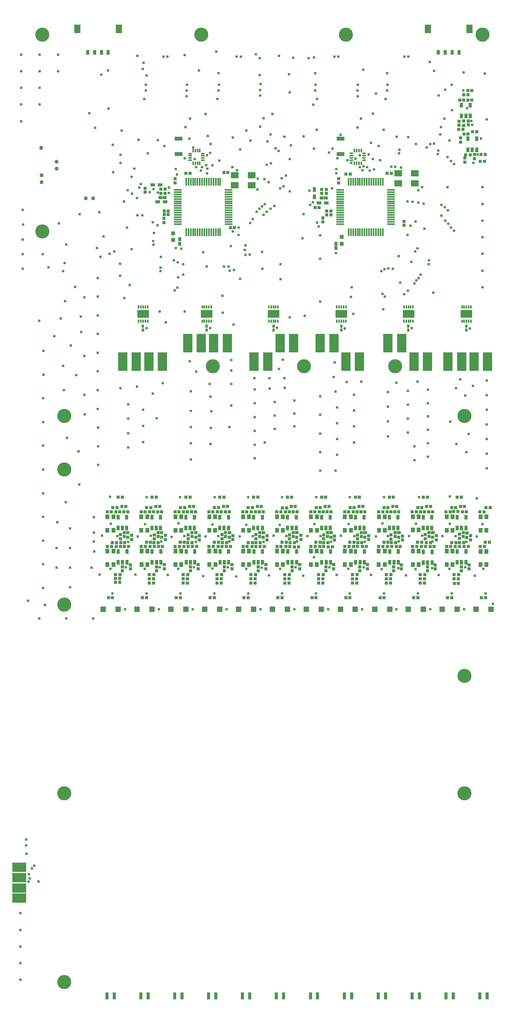
<source format=gbs>
G04 Layer_Color=8150272*
%FSLAX25Y25*%
%MOIN*%
G70*
G01*
G75*
%ADD81R,0.02841X0.02998*%
%ADD85R,0.03353X0.04337*%
%ADD86R,0.06699X0.05321*%
%ADD88R,0.01581X0.02959*%
%ADD89R,0.10164X0.06502*%
%ADD90O,0.06896X0.01581*%
%ADD91O,0.01581X0.06896*%
%ADD92O,0.01384X0.03550*%
%ADD93O,0.03550X0.01384*%
%ADD94R,0.03156X0.04337*%
%ADD95R,0.07093X0.03550*%
%ADD96R,0.04731X0.04731*%
%ADD97R,0.02565X0.02565*%
%ADD98R,0.03156X0.03353*%
%ADD99R,0.03353X0.03156*%
%ADD100R,0.02565X0.02565*%
%ADD101R,0.02600X0.02600*%
%ADD102R,0.02841X0.02841*%
%ADD103R,0.08274X0.16148*%
%ADD104R,0.03156X0.04140*%
%ADD105R,0.04140X0.03156*%
%ADD106R,0.03550X0.03550*%
%ADD108R,0.02998X0.02841*%
%ADD109R,0.02447X0.02605*%
%ADD110R,0.02920X0.03077*%
%ADD120R,0.02762X0.06306*%
%ADD121C,0.12200*%
%ADD122C,0.02400*%
%ADD123C,0.03400*%
%ADD124R,0.12200X0.08274*%
%ADD125R,0.02600X0.02600*%
%ADD126R,0.03077X0.02920*%
%ADD127R,0.05321X0.07487*%
%ADD128R,0.02800X0.04400*%
D81*
X232300Y780732D02*
D03*
Y777268D02*
D03*
X216100Y806932D02*
D03*
Y803468D02*
D03*
X242200Y811568D02*
D03*
Y815032D02*
D03*
X229835Y806071D02*
D03*
Y802606D02*
D03*
X383795Y811603D02*
D03*
Y815067D02*
D03*
X373053Y805901D02*
D03*
Y802437D02*
D03*
X370275Y781295D02*
D03*
Y777831D02*
D03*
X440600Y778164D02*
D03*
Y774700D02*
D03*
X489451Y850360D02*
D03*
Y846896D02*
D03*
X501375Y836042D02*
D03*
Y832578D02*
D03*
X496025Y865142D02*
D03*
Y861678D02*
D03*
X490250Y479132D02*
D03*
Y475668D02*
D03*
X460885Y479132D02*
D03*
Y475668D02*
D03*
X462075Y508892D02*
D03*
Y505428D02*
D03*
X431520Y479132D02*
D03*
Y475668D02*
D03*
X432725Y508942D02*
D03*
Y505478D02*
D03*
X402155Y479132D02*
D03*
Y475668D02*
D03*
X403425Y508942D02*
D03*
Y505478D02*
D03*
X372790Y479132D02*
D03*
Y475668D02*
D03*
X373975Y508942D02*
D03*
Y505478D02*
D03*
X343425Y479132D02*
D03*
Y475668D02*
D03*
X344475Y508942D02*
D03*
Y505478D02*
D03*
X314060Y479132D02*
D03*
Y475668D02*
D03*
X315425Y508942D02*
D03*
Y505478D02*
D03*
X284695Y479132D02*
D03*
Y475668D02*
D03*
X285825Y508942D02*
D03*
Y505478D02*
D03*
X255330Y479132D02*
D03*
Y475668D02*
D03*
X256790Y508932D02*
D03*
Y505468D02*
D03*
X225965Y479132D02*
D03*
Y475668D02*
D03*
X227420Y508932D02*
D03*
Y505468D02*
D03*
X196600Y479132D02*
D03*
Y475668D02*
D03*
X198050Y508932D02*
D03*
Y505468D02*
D03*
X491750Y508932D02*
D03*
Y505468D02*
D03*
D85*
X477418Y510984D02*
D03*
Y522402D02*
D03*
X482536D02*
D03*
Y510984D02*
D03*
X183515D02*
D03*
Y522402D02*
D03*
X188633D02*
D03*
Y510984D02*
D03*
X183610Y481260D02*
D03*
Y492677D02*
D03*
X188729D02*
D03*
Y481260D02*
D03*
X212905Y510984D02*
D03*
Y522402D02*
D03*
X218023D02*
D03*
Y510984D02*
D03*
X213074Y481263D02*
D03*
Y492680D02*
D03*
X218193D02*
D03*
Y481263D02*
D03*
X242296Y510984D02*
D03*
Y522402D02*
D03*
X247414D02*
D03*
Y510984D02*
D03*
X242491Y481250D02*
D03*
Y492667D02*
D03*
X247609D02*
D03*
Y481250D02*
D03*
X271686Y510984D02*
D03*
Y522402D02*
D03*
X276804D02*
D03*
Y510984D02*
D03*
X271884Y481257D02*
D03*
Y492674D02*
D03*
X277003D02*
D03*
Y481257D02*
D03*
X301076Y510984D02*
D03*
Y522402D02*
D03*
X306194D02*
D03*
Y510984D02*
D03*
X301076Y481252D02*
D03*
Y492669D02*
D03*
X306194D02*
D03*
Y481252D02*
D03*
X330467Y510984D02*
D03*
Y522402D02*
D03*
X335585D02*
D03*
Y510984D02*
D03*
X330395Y481253D02*
D03*
Y492670D02*
D03*
X335513D02*
D03*
Y481253D02*
D03*
X359857Y510984D02*
D03*
Y522402D02*
D03*
X364975D02*
D03*
Y510984D02*
D03*
X359804Y481257D02*
D03*
Y492674D02*
D03*
X364922D02*
D03*
Y481257D02*
D03*
X389247Y510984D02*
D03*
Y522402D02*
D03*
X394365D02*
D03*
Y510984D02*
D03*
X389214Y481257D02*
D03*
Y492674D02*
D03*
X394332D02*
D03*
Y481257D02*
D03*
X418637Y510984D02*
D03*
Y522402D02*
D03*
X423756D02*
D03*
Y510984D02*
D03*
X418604Y481261D02*
D03*
Y492678D02*
D03*
X423722D02*
D03*
Y481261D02*
D03*
X448028Y511084D02*
D03*
Y522502D02*
D03*
X453146D02*
D03*
Y511084D02*
D03*
X448036Y481250D02*
D03*
Y492667D02*
D03*
X453154D02*
D03*
Y481250D02*
D03*
X477418Y481269D02*
D03*
Y492687D02*
D03*
X482536D02*
D03*
Y481269D02*
D03*
X506727Y510984D02*
D03*
Y522402D02*
D03*
X511845D02*
D03*
Y510984D02*
D03*
X506727Y481069D02*
D03*
Y492487D02*
D03*
X511845D02*
D03*
Y481069D02*
D03*
D86*
X449858Y819691D02*
D03*
X435291D02*
D03*
Y811029D02*
D03*
X449858D02*
D03*
X308483Y818131D02*
D03*
X293917D02*
D03*
Y809469D02*
D03*
X308483D02*
D03*
D88*
X210509Y704092D02*
D03*
X212478D02*
D03*
X214446D02*
D03*
X216415D02*
D03*
X218384D02*
D03*
Y691888D02*
D03*
X216415D02*
D03*
X214446D02*
D03*
X212478D02*
D03*
X210509D02*
D03*
X265624Y704092D02*
D03*
X267593D02*
D03*
X269561D02*
D03*
X271530D02*
D03*
X273498D02*
D03*
Y691888D02*
D03*
X271530D02*
D03*
X269561D02*
D03*
X267593D02*
D03*
X265624D02*
D03*
X323374Y704092D02*
D03*
X325343D02*
D03*
X327311D02*
D03*
X329280D02*
D03*
X331248D02*
D03*
Y691888D02*
D03*
X329280D02*
D03*
X327311D02*
D03*
X325343D02*
D03*
X323374D02*
D03*
X382139Y704092D02*
D03*
X384108D02*
D03*
X386076D02*
D03*
X388045D02*
D03*
X390013D02*
D03*
Y691888D02*
D03*
X388045D02*
D03*
X386076D02*
D03*
X384108D02*
D03*
X382139D02*
D03*
X440359Y704092D02*
D03*
X442327D02*
D03*
X444296D02*
D03*
X446264D02*
D03*
X448233D02*
D03*
Y691888D02*
D03*
X446264D02*
D03*
X444296D02*
D03*
X442327D02*
D03*
X440359D02*
D03*
X490624Y704092D02*
D03*
X492593D02*
D03*
X494561D02*
D03*
X496530D02*
D03*
X498498D02*
D03*
Y691888D02*
D03*
X496530D02*
D03*
X494561D02*
D03*
X492593D02*
D03*
X490624D02*
D03*
D89*
X214446Y697990D02*
D03*
X269561D02*
D03*
X327311D02*
D03*
X386076D02*
D03*
X444296D02*
D03*
X494561D02*
D03*
D90*
X385251Y775936D02*
D03*
Y777905D02*
D03*
Y779873D02*
D03*
Y781842D02*
D03*
Y783810D02*
D03*
Y785779D02*
D03*
Y787747D02*
D03*
Y789716D02*
D03*
Y791684D02*
D03*
Y793653D02*
D03*
Y795621D02*
D03*
Y797590D02*
D03*
Y799558D02*
D03*
Y801527D02*
D03*
Y803495D02*
D03*
Y805464D02*
D03*
X429149D02*
D03*
Y803495D02*
D03*
Y801527D02*
D03*
Y799558D02*
D03*
Y797590D02*
D03*
Y795621D02*
D03*
Y793653D02*
D03*
Y791684D02*
D03*
Y789716D02*
D03*
Y787747D02*
D03*
Y785779D02*
D03*
Y783810D02*
D03*
Y781842D02*
D03*
Y779873D02*
D03*
Y777905D02*
D03*
Y775936D02*
D03*
X244551D02*
D03*
Y777905D02*
D03*
Y779873D02*
D03*
Y781842D02*
D03*
Y783810D02*
D03*
Y785779D02*
D03*
Y787747D02*
D03*
Y789716D02*
D03*
Y791684D02*
D03*
Y793653D02*
D03*
Y795621D02*
D03*
Y797590D02*
D03*
Y799558D02*
D03*
Y801527D02*
D03*
Y803495D02*
D03*
Y805464D02*
D03*
X288449D02*
D03*
Y803495D02*
D03*
Y801527D02*
D03*
Y799558D02*
D03*
Y797590D02*
D03*
Y795621D02*
D03*
Y793653D02*
D03*
Y791684D02*
D03*
Y789716D02*
D03*
Y787747D02*
D03*
Y785779D02*
D03*
Y783810D02*
D03*
Y781842D02*
D03*
Y779873D02*
D03*
Y777905D02*
D03*
Y775936D02*
D03*
D91*
X392436Y812649D02*
D03*
X394405D02*
D03*
X396373D02*
D03*
X398342D02*
D03*
X400310D02*
D03*
X402279D02*
D03*
X404247D02*
D03*
X406216D02*
D03*
X408184D02*
D03*
X410153D02*
D03*
X412121D02*
D03*
X414090D02*
D03*
X416058D02*
D03*
X418027D02*
D03*
X419995D02*
D03*
X421964D02*
D03*
Y768751D02*
D03*
X419995D02*
D03*
X418027D02*
D03*
X416058D02*
D03*
X414090D02*
D03*
X412121D02*
D03*
X410153D02*
D03*
X408184D02*
D03*
X406216D02*
D03*
X404247D02*
D03*
X402279D02*
D03*
X400310D02*
D03*
X398342D02*
D03*
X396373D02*
D03*
X394405D02*
D03*
X392436D02*
D03*
X251736Y812649D02*
D03*
X253705D02*
D03*
X255673D02*
D03*
X257642D02*
D03*
X259610D02*
D03*
X261579D02*
D03*
X263547D02*
D03*
X265516D02*
D03*
X267484D02*
D03*
X269453D02*
D03*
X271421D02*
D03*
X273390D02*
D03*
X275358D02*
D03*
X277327D02*
D03*
X279295D02*
D03*
X281264D02*
D03*
Y768751D02*
D03*
X279295D02*
D03*
X277327D02*
D03*
X275358D02*
D03*
X273390D02*
D03*
X271421D02*
D03*
X269453D02*
D03*
X267484D02*
D03*
X265516D02*
D03*
X263547D02*
D03*
X261579D02*
D03*
X259610D02*
D03*
X257642D02*
D03*
X255673D02*
D03*
X253705D02*
D03*
X251736D02*
D03*
D92*
X403373Y839582D02*
D03*
X401404D02*
D03*
X399436D02*
D03*
X397467D02*
D03*
Y828558D02*
D03*
X399436D02*
D03*
X401404D02*
D03*
X403373D02*
D03*
X263598Y839542D02*
D03*
X261629D02*
D03*
X259661D02*
D03*
X257692D02*
D03*
Y828518D02*
D03*
X259661D02*
D03*
X261629D02*
D03*
X263598D02*
D03*
D93*
X394908Y837023D02*
D03*
Y835054D02*
D03*
Y833086D02*
D03*
Y831117D02*
D03*
X405932D02*
D03*
Y833086D02*
D03*
Y835054D02*
D03*
Y837023D02*
D03*
X255133Y836983D02*
D03*
Y835014D02*
D03*
Y833046D02*
D03*
Y831077D02*
D03*
X266157D02*
D03*
Y833046D02*
D03*
Y835014D02*
D03*
Y836983D02*
D03*
D94*
X192693Y522313D02*
D03*
X200173D02*
D03*
X192693Y512864D02*
D03*
X196433D02*
D03*
X200173D02*
D03*
X192849Y492603D02*
D03*
X200329D02*
D03*
X192849Y483154D02*
D03*
X196589D02*
D03*
X200329D02*
D03*
X222073Y522313D02*
D03*
X229554D02*
D03*
X222073Y512864D02*
D03*
X225814D02*
D03*
X229554D02*
D03*
X222244Y492606D02*
D03*
X229725D02*
D03*
X222244Y483157D02*
D03*
X225985D02*
D03*
X229725D02*
D03*
X251454Y522313D02*
D03*
X258934D02*
D03*
X251454Y512864D02*
D03*
X255194D02*
D03*
X258934D02*
D03*
X251640Y492593D02*
D03*
X259120D02*
D03*
X251640Y483144D02*
D03*
X255380D02*
D03*
X259120D02*
D03*
X280835Y522313D02*
D03*
X288315D02*
D03*
X280835Y512864D02*
D03*
X284575D02*
D03*
X288315D02*
D03*
X281035Y492600D02*
D03*
X288515D02*
D03*
X281035Y483151D02*
D03*
X284775D02*
D03*
X288515D02*
D03*
X310216Y522313D02*
D03*
X317696D02*
D03*
X310216Y512864D02*
D03*
X313956D02*
D03*
X317696D02*
D03*
X310431Y492595D02*
D03*
X317911D02*
D03*
X310431Y483146D02*
D03*
X314171D02*
D03*
X317911D02*
D03*
X339596Y522313D02*
D03*
X347077D02*
D03*
X339596Y512864D02*
D03*
X343337D02*
D03*
X347077D02*
D03*
X339826Y492596D02*
D03*
X347306D02*
D03*
X339826Y483147D02*
D03*
X343566D02*
D03*
X347306D02*
D03*
X368977Y522313D02*
D03*
X376457D02*
D03*
X368977Y512864D02*
D03*
X372717D02*
D03*
X376457D02*
D03*
X369221Y492600D02*
D03*
X376701D02*
D03*
X369221Y483151D02*
D03*
X372961D02*
D03*
X376701D02*
D03*
X398358Y522313D02*
D03*
X405838D02*
D03*
X398358Y512864D02*
D03*
X402098D02*
D03*
X405838D02*
D03*
X398617Y492600D02*
D03*
X406097D02*
D03*
X398617Y483151D02*
D03*
X402357D02*
D03*
X406097D02*
D03*
X427739Y522313D02*
D03*
X435219D02*
D03*
X427739Y512864D02*
D03*
X431479D02*
D03*
X435219D02*
D03*
X428012Y492604D02*
D03*
X435492D02*
D03*
X428012Y483155D02*
D03*
X431752D02*
D03*
X435492D02*
D03*
X457119Y522313D02*
D03*
X464600D02*
D03*
X457119Y512864D02*
D03*
X460859D02*
D03*
X464600D02*
D03*
X457207Y492317D02*
D03*
X464687D02*
D03*
X457207Y482868D02*
D03*
X460947D02*
D03*
X464687D02*
D03*
X486510Y522313D02*
D03*
X493990D02*
D03*
X486510Y512864D02*
D03*
X490250D02*
D03*
X493990D02*
D03*
X486500Y492599D02*
D03*
X493980D02*
D03*
X486500Y483150D02*
D03*
X490240D02*
D03*
X493980D02*
D03*
X490235Y878884D02*
D03*
X497715D02*
D03*
X490235Y869436D02*
D03*
X493975D02*
D03*
X497715D02*
D03*
X495839Y849722D02*
D03*
X503319D02*
D03*
X495839Y840273D02*
D03*
X499579D02*
D03*
X503319D02*
D03*
D95*
X385501Y849888D02*
D03*
Y836502D02*
D03*
X245115Y849796D02*
D03*
Y836410D02*
D03*
D96*
X192666Y442418D02*
D03*
X179674D02*
D03*
X222040D02*
D03*
X209048D02*
D03*
X251414D02*
D03*
X238422D02*
D03*
X280788D02*
D03*
X267796D02*
D03*
X310162D02*
D03*
X297170D02*
D03*
X339537D02*
D03*
X326544D02*
D03*
X368911D02*
D03*
X355919D02*
D03*
X398285D02*
D03*
X385293D02*
D03*
X427959D02*
D03*
X414967D02*
D03*
X457091D02*
D03*
X444099D02*
D03*
X486473D02*
D03*
X473481D02*
D03*
X515782D02*
D03*
X502790D02*
D03*
D97*
X184398Y452515D02*
D03*
X187941D02*
D03*
X213772D02*
D03*
X217316D02*
D03*
X243146D02*
D03*
X246690D02*
D03*
X272521D02*
D03*
X276064D02*
D03*
X301895D02*
D03*
X305438D02*
D03*
X331269D02*
D03*
X334812D02*
D03*
X360643D02*
D03*
X364187D02*
D03*
X390017D02*
D03*
X393561D02*
D03*
X419691D02*
D03*
X423235D02*
D03*
X448823D02*
D03*
X452367D02*
D03*
X478205D02*
D03*
X481749D02*
D03*
X507514D02*
D03*
X511058D02*
D03*
X236207Y784005D02*
D03*
X232663D02*
D03*
X236267Y787255D02*
D03*
X232723D02*
D03*
X377009Y783869D02*
D03*
X373465D02*
D03*
X377068Y787255D02*
D03*
X373524D02*
D03*
X190428Y469250D02*
D03*
X193972D02*
D03*
X219778Y468750D02*
D03*
X223322D02*
D03*
X249128D02*
D03*
X252672D02*
D03*
X278478D02*
D03*
X282022D02*
D03*
X307828D02*
D03*
X311372D02*
D03*
X337178D02*
D03*
X340722D02*
D03*
X366528D02*
D03*
X370072D02*
D03*
X395878D02*
D03*
X399422D02*
D03*
X425228D02*
D03*
X428772D02*
D03*
X454578D02*
D03*
X458122D02*
D03*
X483928D02*
D03*
X487472D02*
D03*
X487953Y857810D02*
D03*
X491497D02*
D03*
X193972Y465800D02*
D03*
X190428D02*
D03*
X223327Y465260D02*
D03*
X219783D02*
D03*
X252682D02*
D03*
X249138D02*
D03*
X282037D02*
D03*
X278493D02*
D03*
X311392D02*
D03*
X307848D02*
D03*
X340747D02*
D03*
X337203D02*
D03*
X370102D02*
D03*
X366558D02*
D03*
X399457D02*
D03*
X395913D02*
D03*
X428812D02*
D03*
X425268D02*
D03*
X458167D02*
D03*
X454623D02*
D03*
X487522Y464800D02*
D03*
X483978D02*
D03*
X510147Y830160D02*
D03*
X506603D02*
D03*
X186853Y526769D02*
D03*
X183310D02*
D03*
X186971Y496769D02*
D03*
X183427D02*
D03*
X216202Y526769D02*
D03*
X212659D02*
D03*
X216358Y496769D02*
D03*
X212814D02*
D03*
X245551Y526769D02*
D03*
X242007D02*
D03*
X245745Y496769D02*
D03*
X242201D02*
D03*
X274899Y526769D02*
D03*
X271356D02*
D03*
X275132Y496769D02*
D03*
X271588D02*
D03*
X304248Y526769D02*
D03*
X300705D02*
D03*
X304519Y496769D02*
D03*
X300975D02*
D03*
X333698Y526776D02*
D03*
X330154D02*
D03*
X333905Y496769D02*
D03*
X330362D02*
D03*
X363218Y526776D02*
D03*
X359674D02*
D03*
X363292Y496769D02*
D03*
X359749D02*
D03*
X392515Y526714D02*
D03*
X388971D02*
D03*
X392679Y496769D02*
D03*
X389136D02*
D03*
X422007Y526787D02*
D03*
X418463D02*
D03*
X422066Y496769D02*
D03*
X418523D02*
D03*
X450991Y526769D02*
D03*
X447448D02*
D03*
X451453Y496769D02*
D03*
X447910D02*
D03*
X480372Y526950D02*
D03*
X476828D02*
D03*
X480840Y496769D02*
D03*
X477297D02*
D03*
X509651Y526788D02*
D03*
X506108D02*
D03*
X510116Y496788D02*
D03*
X506573D02*
D03*
X201278Y526869D02*
D03*
X197734D02*
D03*
X201823Y496772D02*
D03*
X198280D02*
D03*
X230601Y526869D02*
D03*
X227058D02*
D03*
X231249Y496888D02*
D03*
X227706D02*
D03*
X259925Y526869D02*
D03*
X256381D02*
D03*
X260698Y496806D02*
D03*
X257154D02*
D03*
X289248Y526869D02*
D03*
X285705D02*
D03*
X290072Y496660D02*
D03*
X286528D02*
D03*
X318571Y526869D02*
D03*
X315028D02*
D03*
X319377Y496805D02*
D03*
X315833D02*
D03*
X347895Y526869D02*
D03*
X344352D02*
D03*
X349020Y496630D02*
D03*
X345476D02*
D03*
X377218Y526869D02*
D03*
X373675D02*
D03*
X378463Y496498D02*
D03*
X374919D02*
D03*
X406542Y526869D02*
D03*
X402998D02*
D03*
X407872Y496675D02*
D03*
X404328D02*
D03*
X435865Y526869D02*
D03*
X432322D02*
D03*
X437198Y496888D02*
D03*
X433654D02*
D03*
X465188Y526869D02*
D03*
X461645D02*
D03*
X466619Y496888D02*
D03*
X463076D02*
D03*
X494512Y526869D02*
D03*
X490969D02*
D03*
X496040Y496888D02*
D03*
X492497D02*
D03*
X499178Y883152D02*
D03*
X495635D02*
D03*
X492403Y853810D02*
D03*
X495947D02*
D03*
X192770Y539495D02*
D03*
X196313D02*
D03*
X222140D02*
D03*
X225683D02*
D03*
X251509D02*
D03*
X255053D02*
D03*
X280879D02*
D03*
X284423D02*
D03*
X310249D02*
D03*
X313793D02*
D03*
X339619D02*
D03*
X343162D02*
D03*
X368989D02*
D03*
X372532D02*
D03*
X398359D02*
D03*
X401902D02*
D03*
X427729D02*
D03*
X431272D02*
D03*
X457099D02*
D03*
X460642D02*
D03*
X486469D02*
D03*
X490012D02*
D03*
X495703Y891610D02*
D03*
X499247D02*
D03*
X507103Y836110D02*
D03*
X510647D02*
D03*
X196015Y531588D02*
D03*
X199558D02*
D03*
X198522Y500150D02*
D03*
X194978D02*
D03*
X225343Y531588D02*
D03*
X228887D02*
D03*
X227347Y500150D02*
D03*
X223803D02*
D03*
X254671Y531588D02*
D03*
X258215D02*
D03*
X256697Y500150D02*
D03*
X253153D02*
D03*
X283999Y531588D02*
D03*
X287543D02*
D03*
X286647Y500160D02*
D03*
X283103D02*
D03*
X313328Y531588D02*
D03*
X316871D02*
D03*
X315647Y500160D02*
D03*
X312103D02*
D03*
X342656Y531588D02*
D03*
X346199D02*
D03*
X345447Y500160D02*
D03*
X341903D02*
D03*
X371984Y531588D02*
D03*
X375527D02*
D03*
X374297Y500160D02*
D03*
X370753D02*
D03*
X401312Y531588D02*
D03*
X404856D02*
D03*
X403947Y500160D02*
D03*
X400403D02*
D03*
X430641Y531588D02*
D03*
X434184D02*
D03*
X433047Y500160D02*
D03*
X429503D02*
D03*
X459969Y531588D02*
D03*
X463512D02*
D03*
X463297Y500160D02*
D03*
X459753D02*
D03*
X489297Y531588D02*
D03*
X492840D02*
D03*
X492022Y500200D02*
D03*
X488478D02*
D03*
X495674Y887873D02*
D03*
X492131D02*
D03*
X503497Y855910D02*
D03*
X499953D02*
D03*
D98*
X246200Y762670D02*
D03*
Y758930D02*
D03*
X381500Y758870D02*
D03*
Y755130D02*
D03*
D99*
X229314Y798901D02*
D03*
X233055D02*
D03*
X372842Y798333D02*
D03*
X369102D02*
D03*
D100*
X194850Y503478D02*
D03*
Y507022D02*
D03*
X224225Y503388D02*
D03*
Y506931D02*
D03*
X253575Y503438D02*
D03*
Y506982D02*
D03*
X282625Y503488D02*
D03*
Y507031D02*
D03*
X312230Y503488D02*
D03*
Y507031D02*
D03*
X341275Y503338D02*
D03*
Y506882D02*
D03*
X370775Y503338D02*
D03*
Y506882D02*
D03*
X400125Y503388D02*
D03*
Y506931D02*
D03*
X429275Y503238D02*
D03*
Y506781D02*
D03*
X458825Y503488D02*
D03*
Y507031D02*
D03*
X488300Y503878D02*
D03*
Y507422D02*
D03*
X493227Y833147D02*
D03*
Y829604D02*
D03*
X204350Y506372D02*
D03*
Y502828D02*
D03*
X233625Y506382D02*
D03*
Y502838D02*
D03*
X263090Y506182D02*
D03*
Y502638D02*
D03*
X292125Y506282D02*
D03*
Y502738D02*
D03*
X321675Y506182D02*
D03*
Y502638D02*
D03*
X350975Y506332D02*
D03*
Y502788D02*
D03*
X380275Y505932D02*
D03*
Y502388D02*
D03*
X409875Y506232D02*
D03*
Y502688D02*
D03*
X439075Y505982D02*
D03*
Y502438D02*
D03*
X468375Y506082D02*
D03*
Y502538D02*
D03*
X498050Y506122D02*
D03*
Y502578D02*
D03*
X487975Y864932D02*
D03*
Y861388D02*
D03*
X203600Y477428D02*
D03*
Y480972D02*
D03*
X232935Y477538D02*
D03*
Y481081D02*
D03*
X262270Y477538D02*
D03*
Y481081D02*
D03*
X291605Y477538D02*
D03*
Y481081D02*
D03*
X320940Y477538D02*
D03*
Y481081D02*
D03*
X350275Y477538D02*
D03*
Y481081D02*
D03*
X379610Y477538D02*
D03*
Y481081D02*
D03*
X408945Y477538D02*
D03*
Y481081D02*
D03*
X438280Y477428D02*
D03*
Y480972D02*
D03*
X467615Y477428D02*
D03*
Y480972D02*
D03*
X496950Y477428D02*
D03*
Y480972D02*
D03*
D101*
X194350Y472450D02*
D03*
X190350D02*
D03*
X223690Y472410D02*
D03*
X219690D02*
D03*
X253030D02*
D03*
X249030D02*
D03*
X282370D02*
D03*
X278370D02*
D03*
X311710D02*
D03*
X307710D02*
D03*
X341050D02*
D03*
X337050D02*
D03*
X370390Y472400D02*
D03*
X366390D02*
D03*
X399730D02*
D03*
X395730D02*
D03*
X429070D02*
D03*
X425070D02*
D03*
X458410D02*
D03*
X454410D02*
D03*
X487750D02*
D03*
X483750D02*
D03*
X497725Y835860D02*
D03*
X493725D02*
D03*
D102*
X188208Y530378D02*
D03*
X191752D02*
D03*
X187928Y500200D02*
D03*
X191472D02*
D03*
X217561Y530378D02*
D03*
X221104D02*
D03*
X217308Y500488D02*
D03*
X220851D02*
D03*
X246913Y530378D02*
D03*
X250456D02*
D03*
X246692Y500488D02*
D03*
X250236D02*
D03*
X276266Y530378D02*
D03*
X279809D02*
D03*
X276190Y500347D02*
D03*
X279733D02*
D03*
X305618Y530378D02*
D03*
X309161D02*
D03*
X305478Y500241D02*
D03*
X309022D02*
D03*
X335108Y530262D02*
D03*
X338652D02*
D03*
X334846Y500488D02*
D03*
X338389D02*
D03*
X364323Y530378D02*
D03*
X367866D02*
D03*
X364230Y500488D02*
D03*
X367774D02*
D03*
X393675Y530378D02*
D03*
X397218D02*
D03*
X393615Y500488D02*
D03*
X397158D02*
D03*
X423028Y530378D02*
D03*
X426571D02*
D03*
X422999Y500488D02*
D03*
X426543D02*
D03*
X452380Y530378D02*
D03*
X455923D02*
D03*
X452150Y500338D02*
D03*
X455694D02*
D03*
X481628Y530600D02*
D03*
X485172D02*
D03*
X481778Y500150D02*
D03*
X485322D02*
D03*
X511420Y530464D02*
D03*
X514964D02*
D03*
X510788Y500552D02*
D03*
X514332D02*
D03*
D103*
X231148Y656849D02*
D03*
X219337D02*
D03*
X287405Y672690D02*
D03*
X275594D02*
D03*
X344855D02*
D03*
X333044D02*
D03*
X401921Y656942D02*
D03*
X390109D02*
D03*
X460886D02*
D03*
X449075D02*
D03*
X512852D02*
D03*
X501041D02*
D03*
X208577Y656849D02*
D03*
X196766D02*
D03*
X264920Y672690D02*
D03*
X253109D02*
D03*
X322370Y656942D02*
D03*
X310559D02*
D03*
X379635Y672690D02*
D03*
X367824D02*
D03*
X438401D02*
D03*
X426590D02*
D03*
X490367Y656942D02*
D03*
X478556D02*
D03*
D104*
X362676Y799342D02*
D03*
Y805838D02*
D03*
D105*
X233479Y794987D02*
D03*
X226983D02*
D03*
X373212Y794002D02*
D03*
X366716D02*
D03*
X222652Y809800D02*
D03*
X229148D02*
D03*
D106*
X386600Y764853D02*
D03*
Y758947D02*
D03*
X240600Y767953D02*
D03*
Y762047D02*
D03*
D108*
X293432Y772900D02*
D03*
X289968D02*
D03*
X429296Y819936D02*
D03*
X425832D02*
D03*
X363371Y790151D02*
D03*
X366835D02*
D03*
X194110Y526969D02*
D03*
X190645D02*
D03*
X194641Y496869D02*
D03*
X191176D02*
D03*
X223449Y526969D02*
D03*
X219984D02*
D03*
X224017Y496869D02*
D03*
X220552D02*
D03*
X252788Y526969D02*
D03*
X249323D02*
D03*
X253393Y496869D02*
D03*
X249928D02*
D03*
X282127Y526969D02*
D03*
X278662D02*
D03*
X282769Y496869D02*
D03*
X279304D02*
D03*
X311686Y526839D02*
D03*
X308222D02*
D03*
X312145Y496869D02*
D03*
X308680D02*
D03*
X341277Y526981D02*
D03*
X337813D02*
D03*
X341521Y496869D02*
D03*
X338056D02*
D03*
X370455Y526981D02*
D03*
X366991D02*
D03*
X370897Y496869D02*
D03*
X367432D02*
D03*
X399919Y526945D02*
D03*
X396455D02*
D03*
X400273Y496869D02*
D03*
X396808D02*
D03*
X429201Y526763D02*
D03*
X425737D02*
D03*
X429649Y496869D02*
D03*
X426184D02*
D03*
X458162Y526969D02*
D03*
X454697D02*
D03*
X459025Y496869D02*
D03*
X455560D02*
D03*
X486982Y527100D02*
D03*
X483518D02*
D03*
X488401Y496869D02*
D03*
X484936D02*
D03*
X492153Y883252D02*
D03*
X488689D02*
D03*
X287877Y820535D02*
D03*
X284413D02*
D03*
D109*
X214259Y684305D02*
D03*
Y687376D02*
D03*
X269561Y684265D02*
D03*
Y687335D02*
D03*
X327411Y684265D02*
D03*
Y687335D02*
D03*
X386076Y684265D02*
D03*
Y687335D02*
D03*
X444101Y684265D02*
D03*
Y687335D02*
D03*
X494561Y684265D02*
D03*
Y687335D02*
D03*
D110*
X233340Y806046D02*
D03*
Y802581D02*
D03*
X369077Y805930D02*
D03*
Y802466D02*
D03*
D120*
X512398Y107744D02*
D03*
X506099D02*
D03*
X483039D02*
D03*
X476740D02*
D03*
X453680D02*
D03*
X447381D02*
D03*
X424321D02*
D03*
X418022D02*
D03*
X394962D02*
D03*
X388663D02*
D03*
X365603D02*
D03*
X359304D02*
D03*
X336244D02*
D03*
X329945D02*
D03*
X306885D02*
D03*
X300586D02*
D03*
X277526D02*
D03*
X271227D02*
D03*
X248167D02*
D03*
X241867D02*
D03*
X218808D02*
D03*
X212509D02*
D03*
X189449D02*
D03*
X183149D02*
D03*
D121*
X146200Y563550D02*
D03*
X390000Y939700D02*
D03*
X492900Y384900D02*
D03*
Y609780D02*
D03*
Y283060D02*
D03*
X146200D02*
D03*
X127100Y769500D02*
D03*
X264700Y939700D02*
D03*
X146200Y609780D02*
D03*
Y446420D02*
D03*
X508500Y939700D02*
D03*
X127100Y939900D02*
D03*
X146200Y119700D02*
D03*
X274780Y652700D02*
D03*
X353804D02*
D03*
X432828D02*
D03*
D122*
X426375Y505810D02*
D03*
X194675Y835910D02*
D03*
X188325Y820710D02*
D03*
X491925Y891610D02*
D03*
X362375Y487560D02*
D03*
X416275Y505560D02*
D03*
X498925Y865160D02*
D03*
X494975Y876144D02*
D03*
X481478Y500400D02*
D03*
X500525Y828760D02*
D03*
X499357Y861678D02*
D03*
X507137Y849722D02*
D03*
X504110Y836110D02*
D03*
X220975Y506160D02*
D03*
X250025Y505960D02*
D03*
X456075Y506110D02*
D03*
X406620Y500850D02*
D03*
X397325Y505710D02*
D03*
X368175Y505960D02*
D03*
X338575Y505710D02*
D03*
X309475Y505960D02*
D03*
X279332Y505946D02*
D03*
X289042Y501010D02*
D03*
X289625Y508860D02*
D03*
X376975Y500860D02*
D03*
X377925Y508710D02*
D03*
X348275Y508660D02*
D03*
X347875Y501010D02*
D03*
X435825Y501060D02*
D03*
X465275Y501010D02*
D03*
X245150Y516750D02*
D03*
X260070Y500850D02*
D03*
X230125Y508510D02*
D03*
X230175Y501010D02*
D03*
X405317Y478847D02*
D03*
X375922D02*
D03*
X382125Y472260D02*
D03*
X317175Y478410D02*
D03*
X346527Y478843D02*
D03*
X353112Y471460D02*
D03*
X323475Y471700D02*
D03*
X466050Y508750D02*
D03*
X407317Y508850D02*
D03*
X319131D02*
D03*
X260340Y508750D02*
D03*
X192100Y505950D02*
D03*
X201550Y508750D02*
D03*
X503300Y538350D02*
D03*
X481628Y530600D02*
D03*
X485250Y505750D02*
D03*
X493382Y478882D02*
D03*
X194675Y828910D02*
D03*
X302500Y753386D02*
D03*
X303150Y749305D02*
D03*
X306889Y749650D02*
D03*
X367750Y766150D02*
D03*
X118150Y218100D02*
D03*
X116250Y209520D02*
D03*
X352600Y763500D02*
D03*
X259350Y522300D02*
D03*
X450450Y778250D02*
D03*
X494550Y684200D02*
D03*
X444100D02*
D03*
X386050D02*
D03*
X327400D02*
D03*
X214300D02*
D03*
X269550D02*
D03*
X497585Y685603D02*
D03*
X319600Y814800D02*
D03*
X323200Y812200D02*
D03*
X367900Y745900D02*
D03*
X367700Y708700D02*
D03*
X354600Y696600D02*
D03*
X247300Y754500D02*
D03*
X381500Y750900D02*
D03*
X292200Y769600D02*
D03*
X508600Y793283D02*
D03*
Y778867D02*
D03*
Y764450D02*
D03*
Y750033D02*
D03*
Y735617D02*
D03*
X176525Y786010D02*
D03*
X463185Y845200D02*
D03*
X315500Y919600D02*
D03*
X315300Y904700D02*
D03*
X177300Y747600D02*
D03*
X146600Y742200D02*
D03*
X277800Y925000D02*
D03*
X470500Y887000D02*
D03*
X492099Y907000D02*
D03*
X209500Y921600D02*
D03*
X311971Y922900D02*
D03*
X172875Y859160D02*
D03*
X307300Y848200D02*
D03*
X272700Y845000D02*
D03*
X313700Y815075D02*
D03*
X391333Y831141D02*
D03*
X389100Y685600D02*
D03*
X251200Y859900D02*
D03*
X255140Y867300D02*
D03*
X252240Y886640D02*
D03*
X493400Y627500D02*
D03*
X500100Y635700D02*
D03*
X393556Y539475D02*
D03*
X461000Y574544D02*
D03*
X489000Y641600D02*
D03*
X155600Y721500D02*
D03*
X422300Y702200D02*
D03*
X380400Y656100D02*
D03*
X381200Y630745D02*
D03*
X260600Y648100D02*
D03*
X254900Y657300D02*
D03*
X188000Y844600D02*
D03*
X397200Y628238D02*
D03*
Y614457D02*
D03*
X381000Y562357D02*
D03*
X382500Y576035D02*
D03*
X382500Y589712D02*
D03*
Y603390D02*
D03*
X382550Y617067D02*
D03*
X367900Y626900D02*
D03*
Y610764D02*
D03*
Y594628D02*
D03*
Y578493D02*
D03*
Y562357D02*
D03*
X397100Y586895D02*
D03*
Y600676D02*
D03*
X450700Y845200D02*
D03*
X444100Y851300D02*
D03*
X471800Y853500D02*
D03*
X479900Y848300D02*
D03*
X461000Y586138D02*
D03*
Y597732D02*
D03*
Y609325D02*
D03*
Y620919D02*
D03*
Y632513D02*
D03*
X433800Y638600D02*
D03*
X452100Y639600D02*
D03*
X290700Y658000D02*
D03*
X443750Y631605D02*
D03*
Y619557D02*
D03*
Y607509D02*
D03*
X443700Y595462D02*
D03*
X449567Y583414D02*
D03*
X426500Y630427D02*
D03*
Y617707D02*
D03*
Y604987D02*
D03*
X345500Y623120D02*
D03*
Y611960D02*
D03*
X345500Y600800D02*
D03*
X311100Y573000D02*
D03*
Y584943D02*
D03*
Y596886D02*
D03*
Y608828D02*
D03*
Y620771D02*
D03*
Y632714D02*
D03*
X379400Y643600D02*
D03*
X310950Y642600D02*
D03*
X323925Y642600D02*
D03*
X390625Y639149D02*
D03*
X328300Y621767D02*
D03*
Y610155D02*
D03*
X328300Y598544D02*
D03*
X319750Y586933D02*
D03*
X337050Y634280D02*
D03*
X403600Y639600D02*
D03*
X336900Y642600D02*
D03*
X289100Y600100D02*
D03*
X290900Y618833D02*
D03*
X290700Y637567D02*
D03*
X272733Y585449D02*
D03*
X273100Y599619D02*
D03*
X273300Y613789D02*
D03*
X272800Y626400D02*
D03*
X272100Y637600D02*
D03*
X255700Y631100D02*
D03*
Y614150D02*
D03*
Y600100D02*
D03*
Y586050D02*
D03*
Y572000D02*
D03*
X212385Y697900D02*
D03*
X216585Y697800D02*
D03*
X267500Y697900D02*
D03*
X271700Y697800D02*
D03*
X325250Y697900D02*
D03*
X329450Y697800D02*
D03*
X384015Y697900D02*
D03*
X388215Y697800D02*
D03*
X442234Y697900D02*
D03*
X446434Y697800D02*
D03*
X496700D02*
D03*
X492500Y697900D02*
D03*
X210300Y848700D02*
D03*
X353400Y851800D02*
D03*
X336800Y851500D02*
D03*
X446000Y774500D02*
D03*
X452800Y794500D02*
D03*
X209000Y798395D02*
D03*
X472900Y783000D02*
D03*
X260300Y825140D02*
D03*
X324940Y853550D02*
D03*
X274500Y826800D02*
D03*
X280600Y830700D02*
D03*
X270000Y823800D02*
D03*
X269200Y826800D02*
D03*
X512025Y866560D02*
D03*
X510575Y906060D02*
D03*
X517315Y447031D02*
D03*
X478068Y807884D02*
D03*
X478068Y833711D02*
D03*
X483710Y827759D02*
D03*
X481180Y830611D02*
D03*
X195765Y856824D02*
D03*
X259035Y832133D02*
D03*
X250342Y832655D02*
D03*
X254614Y849675D02*
D03*
X209608Y783549D02*
D03*
X213947Y783514D02*
D03*
X204865Y801990D02*
D03*
X204471Y816814D02*
D03*
X206833Y823938D02*
D03*
X241692Y718339D02*
D03*
X243973Y720752D02*
D03*
X244907Y729898D02*
D03*
X244539Y742831D02*
D03*
X249029Y741291D02*
D03*
X241206Y744496D02*
D03*
X284465Y739058D02*
D03*
X288479Y739145D02*
D03*
X289316Y735471D02*
D03*
X293260Y736021D02*
D03*
X401962Y825033D02*
D03*
X336140Y808490D02*
D03*
X333140Y806725D02*
D03*
X462130Y744336D02*
D03*
X382768Y832858D02*
D03*
X405490Y825725D02*
D03*
X436522Y840235D02*
D03*
X470086Y839575D02*
D03*
X436210Y837235D02*
D03*
X460183Y842174D02*
D03*
X469785Y836481D02*
D03*
X483836Y770286D02*
D03*
X481180Y772858D02*
D03*
X478780Y776314D02*
D03*
X478588Y787870D02*
D03*
X475805Y790327D02*
D03*
X472791Y792400D02*
D03*
X476016Y778848D02*
D03*
X456120Y807696D02*
D03*
X236662Y802674D02*
D03*
X227001Y803038D02*
D03*
X236685Y807474D02*
D03*
X171963Y492600D02*
D03*
X493778Y492666D02*
D03*
X465041Y492215D02*
D03*
X435867Y492407D02*
D03*
X171876Y522300D02*
D03*
X501700Y471350D02*
D03*
X444775Y505910D02*
D03*
X450550Y477168D02*
D03*
X436712Y508673D02*
D03*
X418462Y843479D02*
D03*
X452380Y530378D02*
D03*
X452172Y500324D02*
D03*
X421153Y477157D02*
D03*
X318690Y500850D02*
D03*
X305478Y500241D02*
D03*
X276266Y530378D02*
D03*
X276190Y500347D02*
D03*
X274328Y477657D02*
D03*
X244930Y477519D02*
D03*
X246192Y500418D02*
D03*
X239192Y505264D02*
D03*
X229297Y492617D02*
D03*
X246519Y539509D02*
D03*
X413516Y832210D02*
D03*
X199550Y478850D02*
D03*
X217224Y500404D02*
D03*
X217552Y539495D02*
D03*
X452801Y805262D02*
D03*
X409697Y836126D02*
D03*
X186257Y477553D02*
D03*
X479857Y477539D02*
D03*
X464875Y478249D02*
D03*
X511420Y530464D02*
D03*
X509114Y477417D02*
D03*
X495503Y508652D02*
D03*
X492444Y442418D02*
D03*
X313615Y805880D02*
D03*
X257692Y842313D02*
D03*
X265455Y825160D02*
D03*
X400615Y896600D02*
D03*
X400175Y891450D02*
D03*
X400340Y886640D02*
D03*
X400255Y859580D02*
D03*
X403060Y867270D02*
D03*
X252515Y896600D02*
D03*
X252075Y891450D02*
D03*
X318650Y867325D02*
D03*
X315845Y859990D02*
D03*
X425765Y906600D02*
D03*
X425985Y896600D02*
D03*
X425765Y891600D02*
D03*
X363585Y906600D02*
D03*
X363805Y896600D02*
D03*
X363585Y891600D02*
D03*
X278735Y884205D02*
D03*
X279880Y906600D02*
D03*
X280100Y896600D02*
D03*
X279880Y891600D02*
D03*
X315930Y887050D02*
D03*
X315765Y891860D02*
D03*
X316205Y897010D02*
D03*
X216690Y891600D02*
D03*
X216910Y896600D02*
D03*
X444232Y920892D02*
D03*
X440768Y920928D02*
D03*
X383532Y920892D02*
D03*
X380068Y920928D02*
D03*
X299032Y920892D02*
D03*
X295568Y920928D02*
D03*
X231968D02*
D03*
X235432Y920892D02*
D03*
X266575Y751495D02*
D03*
X419653Y831162D02*
D03*
X292240Y850750D02*
D03*
X269645Y819865D02*
D03*
X200329Y492603D02*
D03*
X200173Y522303D02*
D03*
X378141Y806951D02*
D03*
X411705Y846017D02*
D03*
X434065Y851489D02*
D03*
X510788Y500552D02*
D03*
X276614Y539598D02*
D03*
X259392Y492706D02*
D03*
X305314Y539348D02*
D03*
X288092Y492456D02*
D03*
X298275Y505560D02*
D03*
X303725Y477358D02*
D03*
X334785Y539379D02*
D03*
X317562Y492487D02*
D03*
X334456Y500288D02*
D03*
X333195Y477389D02*
D03*
X364353Y539398D02*
D03*
X347131Y492506D02*
D03*
X364025Y500307D02*
D03*
X393590Y530386D02*
D03*
X376334Y492441D02*
D03*
X393229Y500242D02*
D03*
X423130Y539355D02*
D03*
X405907Y492463D02*
D03*
X422801Y500264D02*
D03*
X453405Y539495D02*
D03*
X185869Y539902D02*
D03*
X479968Y539994D02*
D03*
X187941Y456308D02*
D03*
X217316D02*
D03*
X246690D02*
D03*
X276064D02*
D03*
X305438D02*
D03*
X334812D02*
D03*
X364187D02*
D03*
X393561D02*
D03*
X423235D02*
D03*
X452367D02*
D03*
X481749D02*
D03*
X511058D02*
D03*
X463062Y442418D02*
D03*
X433930D02*
D03*
X404256D02*
D03*
X374882D02*
D03*
X345507D02*
D03*
X316133D02*
D03*
X286759D02*
D03*
X257385D02*
D03*
X228011D02*
D03*
X198636D02*
D03*
X272585Y685707D02*
D03*
X447161D02*
D03*
X217312D02*
D03*
X422783Y857472D02*
D03*
X188208Y530378D02*
D03*
X217561D02*
D03*
X246913D02*
D03*
X305618D02*
D03*
X335108Y530262D02*
D03*
X364323Y530378D02*
D03*
X423028D02*
D03*
X454779Y732002D02*
D03*
X453266Y729272D02*
D03*
X451274Y727022D02*
D03*
X449333Y724589D02*
D03*
X452089Y754869D02*
D03*
X450043Y751996D02*
D03*
X423511Y736888D02*
D03*
X426715Y737348D02*
D03*
X430812Y737253D02*
D03*
X420936Y735077D02*
D03*
X443934Y718147D02*
D03*
X421644Y715630D02*
D03*
X423695Y712993D02*
D03*
X353389Y784627D02*
D03*
X361309Y794970D02*
D03*
X358970Y792611D02*
D03*
X414502Y823288D02*
D03*
X404291Y822516D02*
D03*
X410645Y822100D02*
D03*
X408567Y825028D02*
D03*
X416168Y888702D02*
D03*
X364688Y857518D02*
D03*
X440359Y715125D02*
D03*
X461736Y741249D02*
D03*
X229554Y522313D02*
D03*
X288315D02*
D03*
X317696D02*
D03*
X347077D02*
D03*
X376457D02*
D03*
X435219D02*
D03*
X464600D02*
D03*
X405838D02*
D03*
X329283Y841596D02*
D03*
X331778Y839102D02*
D03*
X319631Y793219D02*
D03*
X317476Y791132D02*
D03*
X315018Y789154D02*
D03*
X312662Y786522D02*
D03*
X307200Y776800D02*
D03*
X328249Y791591D02*
D03*
X324701Y789058D02*
D03*
X290555Y756785D02*
D03*
X398483Y832329D02*
D03*
X375552Y837798D02*
D03*
X378421Y841298D02*
D03*
X364992Y884053D02*
D03*
X361739Y879059D02*
D03*
X321520Y786421D02*
D03*
X318690Y783892D02*
D03*
X334552Y815418D02*
D03*
X321374Y827133D02*
D03*
X324988Y828579D02*
D03*
X303905Y856836D02*
D03*
X264600Y822100D02*
D03*
X272300Y837500D02*
D03*
X269900Y835500D02*
D03*
X402054Y835546D02*
D03*
X366600Y773700D02*
D03*
X466301Y845483D02*
D03*
X424620Y884205D02*
D03*
X457300Y793600D02*
D03*
X249074Y732270D02*
D03*
X330435Y686153D02*
D03*
X268300Y871300D02*
D03*
X326300Y871100D02*
D03*
X413400Y871400D02*
D03*
X475500Y867270D02*
D03*
X472500Y859918D02*
D03*
X338100Y817700D02*
D03*
X201400Y582589D02*
D03*
Y594974D02*
D03*
Y607359D02*
D03*
Y619744D02*
D03*
X214600Y587233D02*
D03*
Y601167D02*
D03*
Y615100D02*
D03*
X108950Y922450D02*
D03*
Y908075D02*
D03*
Y893700D02*
D03*
Y879325D02*
D03*
Y864800D02*
D03*
X226200Y607900D02*
D03*
X250600Y922300D02*
D03*
X262800Y908900D02*
D03*
X332000Y921400D02*
D03*
X344400Y919700D02*
D03*
X340700Y905650D02*
D03*
X341300Y889900D02*
D03*
X405200Y909400D02*
D03*
X449567Y571367D02*
D03*
X426400Y592267D02*
D03*
X485700Y585333D02*
D03*
X494500Y578367D02*
D03*
X512100Y564433D02*
D03*
Y577114D02*
D03*
Y589795D02*
D03*
Y602476D02*
D03*
Y615157D02*
D03*
X496600Y594300D02*
D03*
X485500Y633809D02*
D03*
X480300Y604724D02*
D03*
X512100Y627838D02*
D03*
Y640519D02*
D03*
X290700Y649300D02*
D03*
X124350Y692200D02*
D03*
X137350Y678800D02*
D03*
X151760Y670686D02*
D03*
X175280Y664525D02*
D03*
X145200Y653300D02*
D03*
X158500Y579300D02*
D03*
X175280Y648331D02*
D03*
X163600Y661820D02*
D03*
X145950Y632200D02*
D03*
X128100Y666066D02*
D03*
X175280Y632138D02*
D03*
X156400Y645200D02*
D03*
X128100Y645550D02*
D03*
X175280Y615944D02*
D03*
X163485Y628080D02*
D03*
X160750Y682550D02*
D03*
X143250Y694050D02*
D03*
X175280Y680719D02*
D03*
X148350Y590800D02*
D03*
X146850Y709000D02*
D03*
X175280Y696912D02*
D03*
X160300Y695700D02*
D03*
X163600Y712430D02*
D03*
X175280Y713106D02*
D03*
Y729300D02*
D03*
X127700Y542967D02*
D03*
X175380Y567363D02*
D03*
X127700Y563483D02*
D03*
Y584000D02*
D03*
Y604516D02*
D03*
X175380Y583557D02*
D03*
X127700Y625033D02*
D03*
X175380Y599750D02*
D03*
X163700Y611210D02*
D03*
X140250Y517950D02*
D03*
X151060Y512641D02*
D03*
X127700Y501933D02*
D03*
X139380Y495526D02*
D03*
X151060Y495541D02*
D03*
X147450Y535100D02*
D03*
X159200Y550400D02*
D03*
X127700Y522450D02*
D03*
X151060Y478442D02*
D03*
X139380Y478426D02*
D03*
X127700Y481417D02*
D03*
X151060Y461342D02*
D03*
X127700Y460900D02*
D03*
X129600Y446200D02*
D03*
X114800Y449800D02*
D03*
X124500Y434400D02*
D03*
X147790D02*
D03*
X171080D02*
D03*
X232900Y843400D02*
D03*
X227100Y848500D02*
D03*
X218600Y837300D02*
D03*
X508600Y721200D02*
D03*
X465800Y716600D02*
D03*
X270500Y852100D02*
D03*
X200500Y772800D02*
D03*
X223700Y768300D02*
D03*
X508600Y807700D02*
D03*
X269500Y739000D02*
D03*
X435700Y748300D02*
D03*
X446900Y743100D02*
D03*
X333500Y741000D02*
D03*
X298600Y840600D02*
D03*
X322200Y847400D02*
D03*
X341600Y832100D02*
D03*
X437200Y725100D02*
D03*
X342400Y844300D02*
D03*
X341600Y804200D02*
D03*
X317950Y737150D02*
D03*
X317500Y751800D02*
D03*
X395100Y721200D02*
D03*
X394600Y712900D02*
D03*
X396400Y698100D02*
D03*
X333300Y728200D02*
D03*
X283200Y713900D02*
D03*
X298600Y728500D02*
D03*
X283600Y699100D02*
D03*
X292900Y688700D02*
D03*
X234200Y690700D02*
D03*
X228800Y700000D02*
D03*
X250400Y700300D02*
D03*
X198000Y711800D02*
D03*
X202900Y723300D02*
D03*
X209000Y635100D02*
D03*
X231600Y638200D02*
D03*
X385600Y853300D02*
D03*
X180000Y765300D02*
D03*
X174400Y755300D02*
D03*
X229500Y735200D02*
D03*
X145151Y735211D02*
D03*
X229600Y738200D02*
D03*
X132300Y738500D02*
D03*
X229800Y747400D02*
D03*
X115300Y213300D02*
D03*
X197779Y795621D02*
D03*
X123700Y206800D02*
D03*
X120200Y220500D02*
D03*
X394900Y828725D02*
D03*
X204300Y754300D02*
D03*
X223300Y758300D02*
D03*
X223100Y761300D02*
D03*
X185400Y750100D02*
D03*
X189500Y752200D02*
D03*
X201000Y805000D02*
D03*
X291668Y825132D02*
D03*
X429600Y825600D02*
D03*
X242800Y823500D02*
D03*
X220100Y803500D02*
D03*
X211100Y807500D02*
D03*
X443600Y795500D02*
D03*
X458100Y771700D02*
D03*
X226800Y774700D02*
D03*
X466300Y908500D02*
D03*
X167800Y871900D02*
D03*
X178170Y905230D02*
D03*
X476147Y892147D02*
D03*
X481900Y896600D02*
D03*
X217400Y904500D02*
D03*
X214800Y915400D02*
D03*
X214200Y910000D02*
D03*
X215545Y884205D02*
D03*
X110200Y762650D02*
D03*
X110400Y775425D02*
D03*
X110000Y788200D02*
D03*
X110200Y737100D02*
D03*
X110000Y749875D02*
D03*
X127400D02*
D03*
X357800Y919400D02*
D03*
X362400Y920000D02*
D03*
X462900Y916000D02*
D03*
X184600Y875747D02*
D03*
X184100Y908970D02*
D03*
X482100Y874500D02*
D03*
X335600Y658400D02*
D03*
X332100Y650600D02*
D03*
X194700Y633900D02*
D03*
X222800Y629300D02*
D03*
X381900Y823400D02*
D03*
X381800Y819900D02*
D03*
X432900Y825400D02*
D03*
X437800Y824800D02*
D03*
X365035Y777065D02*
D03*
X358518Y804882D02*
D03*
X297200Y772900D02*
D03*
X309600Y780000D02*
D03*
X222700Y777400D02*
D03*
X212532Y810500D02*
D03*
X223400Y806100D02*
D03*
X242800Y755200D02*
D03*
X295700Y822600D02*
D03*
X443370Y766430D02*
D03*
X447800Y795000D02*
D03*
X243832Y818968D02*
D03*
X362300Y841000D02*
D03*
X194350Y731050D02*
D03*
Y741650D02*
D03*
X324075Y633378D02*
D03*
X183149Y107744D02*
D03*
X212300D02*
D03*
X241867D02*
D03*
X271227D02*
D03*
X300586D02*
D03*
X359000D02*
D03*
X329945D02*
D03*
X388663D02*
D03*
X418022D02*
D03*
X447381D02*
D03*
X506099D02*
D03*
X476740D02*
D03*
X341400Y695200D02*
D03*
X303250Y757500D02*
D03*
X297250Y766550D02*
D03*
X115100Y206700D02*
D03*
X113250Y238150D02*
D03*
Y243200D02*
D03*
X113300Y230850D02*
D03*
X107000Y192350D02*
D03*
Y201267D02*
D03*
X159375Y784410D02*
D03*
X141600Y776450D02*
D03*
X147700Y758000D02*
D03*
X124800Y879325D02*
D03*
Y893700D02*
D03*
Y908075D02*
D03*
Y922450D02*
D03*
X140650Y908075D02*
D03*
Y922450D02*
D03*
X108050Y121850D02*
D03*
Y136225D02*
D03*
Y150600D02*
D03*
Y164975D02*
D03*
Y179350D02*
D03*
X493980Y522313D02*
D03*
X494550Y500850D02*
D03*
X207650Y472400D02*
D03*
X216100Y516000D02*
D03*
X215634Y477556D02*
D03*
X201450Y500850D02*
D03*
X209900Y505650D02*
D03*
X274325Y515760D02*
D03*
X332875Y515510D02*
D03*
X303725D02*
D03*
X362925Y516260D02*
D03*
X392325Y516210D02*
D03*
X421825Y516910D02*
D03*
X450825Y516610D02*
D03*
X480275Y516410D02*
D03*
X186525Y516360D02*
D03*
X508375Y516160D02*
D03*
X268620Y505354D02*
D03*
X327525Y506010D02*
D03*
X356775Y505910D02*
D03*
X385825Y506010D02*
D03*
X473875Y505660D02*
D03*
X503575Y505410D02*
D03*
X187475Y500460D02*
D03*
X171897Y501110D02*
D03*
X171925Y508860D02*
D03*
X178925Y506081D02*
D03*
X235925Y472110D02*
D03*
X266475Y471160D02*
D03*
X391967Y477343D02*
D03*
X411925Y472260D02*
D03*
X435497Y478072D02*
D03*
X470575Y472210D02*
D03*
X169857Y478542D02*
D03*
X176653Y472381D02*
D03*
X441975Y471910D02*
D03*
X228945Y478853D02*
D03*
X258341Y478840D02*
D03*
X295025Y470760D02*
D03*
X287736Y478847D02*
D03*
D123*
X126575Y812110D02*
D03*
Y818060D02*
D03*
X126275Y841660D02*
D03*
X171025Y798063D02*
D03*
X164875Y798060D02*
D03*
X139400Y829800D02*
D03*
Y823938D02*
D03*
D124*
X107000Y192350D02*
D03*
Y201267D02*
D03*
Y210183D02*
D03*
Y219100D02*
D03*
D125*
X201275Y508760D02*
D03*
Y504760D02*
D03*
X230525Y508760D02*
D03*
Y504760D02*
D03*
X259990Y508760D02*
D03*
Y504760D02*
D03*
X288975Y508860D02*
D03*
Y504860D02*
D03*
X318525Y508760D02*
D03*
Y504760D02*
D03*
X347575Y508710D02*
D03*
Y504710D02*
D03*
X377175Y508860D02*
D03*
Y504860D02*
D03*
X406575Y508760D02*
D03*
Y504760D02*
D03*
X435925Y508760D02*
D03*
Y504760D02*
D03*
X465275Y508760D02*
D03*
Y504760D02*
D03*
X494850Y508600D02*
D03*
Y504600D02*
D03*
X492025Y861310D02*
D03*
Y865310D02*
D03*
D126*
X390191Y819106D02*
D03*
X393655D02*
D03*
X251578Y819900D02*
D03*
X255042D02*
D03*
D127*
X461167Y944965D02*
D03*
X497033D02*
D03*
X157467D02*
D03*
X193333D02*
D03*
D128*
X470242Y924492D02*
D03*
X476147D02*
D03*
X482053D02*
D03*
X487958D02*
D03*
X166542D02*
D03*
X172447D02*
D03*
X178353D02*
D03*
X184258D02*
D03*
M02*

</source>
